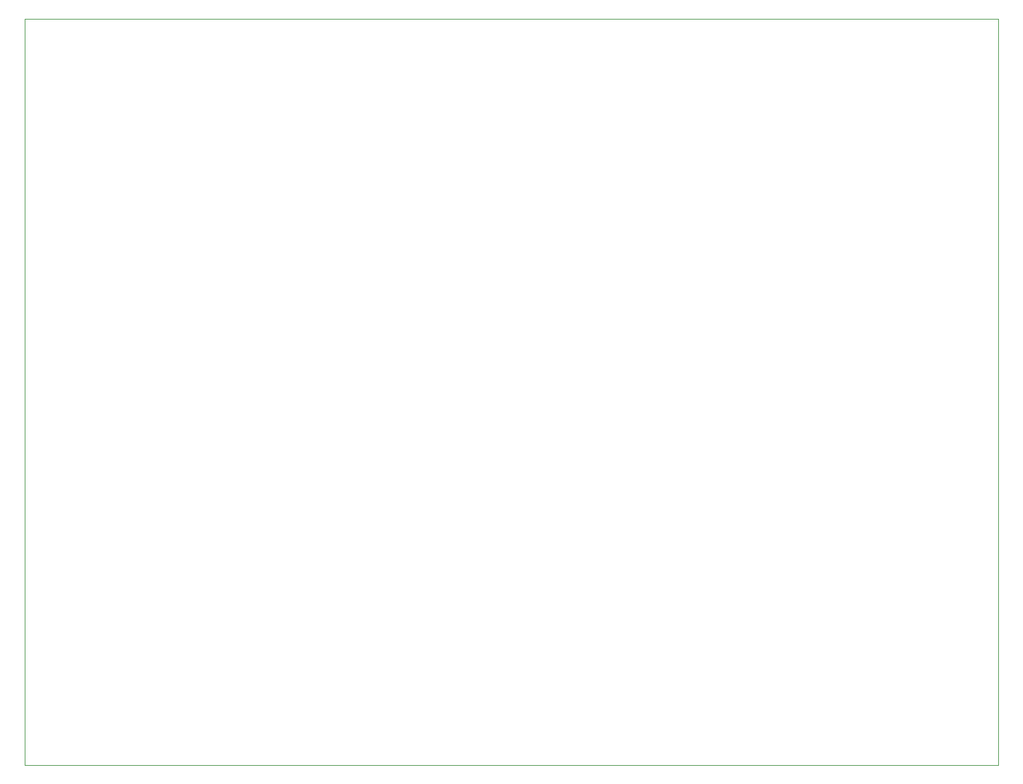
<source format=gbr>
%TF.GenerationSoftware,KiCad,Pcbnew,(7.0.0)*%
%TF.CreationDate,2023-05-31T00:06:15-06:00*%
%TF.ProjectId,Oximeter,4f78696d-6574-4657-922e-6b696361645f,rev?*%
%TF.SameCoordinates,Original*%
%TF.FileFunction,Profile,NP*%
%FSLAX46Y46*%
G04 Gerber Fmt 4.6, Leading zero omitted, Abs format (unit mm)*
G04 Created by KiCad (PCBNEW (7.0.0)) date 2023-05-31 00:06:15*
%MOMM*%
%LPD*%
G01*
G04 APERTURE LIST*
%TA.AperFunction,Profile*%
%ADD10C,0.100000*%
%TD*%
G04 APERTURE END LIST*
D10*
X134150000Y-40725000D02*
X260750000Y-40725000D01*
X260750000Y-40725000D02*
X260750000Y-137725000D01*
X260750000Y-137725000D02*
X134150000Y-137725000D01*
X134150000Y-137725000D02*
X134150000Y-40725000D01*
M02*

</source>
